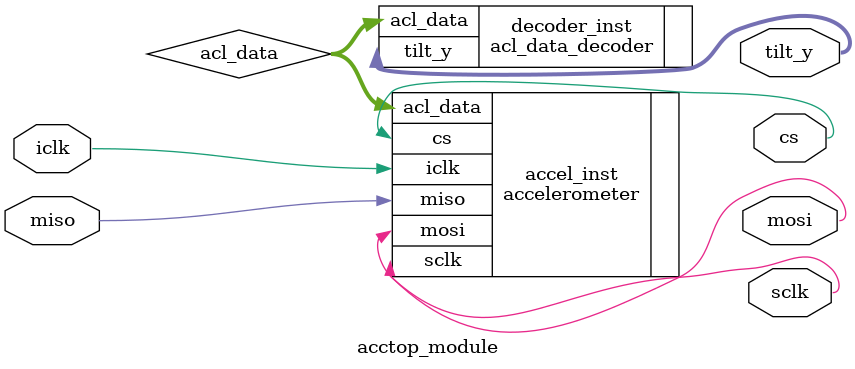
<source format=v>
`timescale 1ns / 1ps


module acctop_module(
    input iclk,               
    input miso,               
    output sclk,             
    output mosi,            
    output cs,              
    output wire [1:0] tilt_y      
);

    wire [14:0] acl_data;

    accelerometer accel_inst (
        .iclk(iclk),
        .miso(miso),
        .sclk(sclk),
        .mosi(mosi),
        .cs(cs),
        .acl_data(acl_data)
    );

    acl_data_decoder decoder_inst (
        .acl_data(acl_data),
        .tilt_y(tilt_y)
    );
endmodule

</source>
